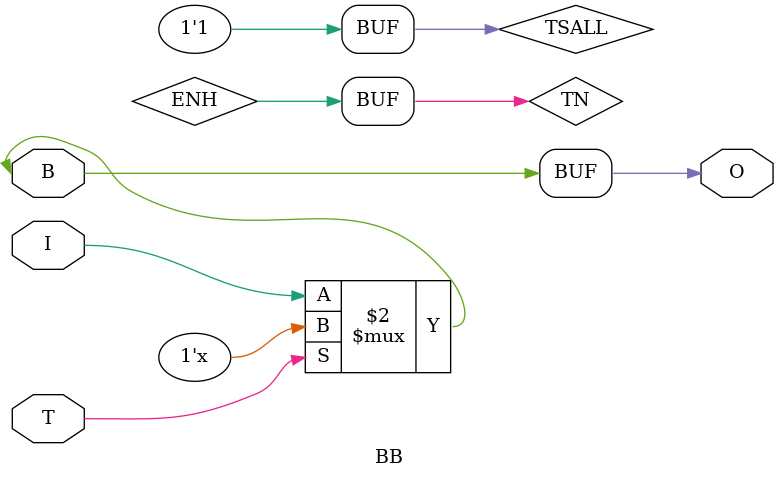
<source format=v>
`resetall
`timescale 1 ns / 1 ps

`celldefine

module BB (I, T, O, B);
  input  I, T;
  output O;
  inout  B;

  supply1 TSALL;

//  tri1 TSALL = TSALL_INST.TSALLNET;

  not INST0 (TN, T);
  and INST1 (ENH, TN, TSALL);

  buf INST10 (O, B);
  bufif1 INST14 (B, I, ENH);


endmodule 

`endcelldefine

</source>
